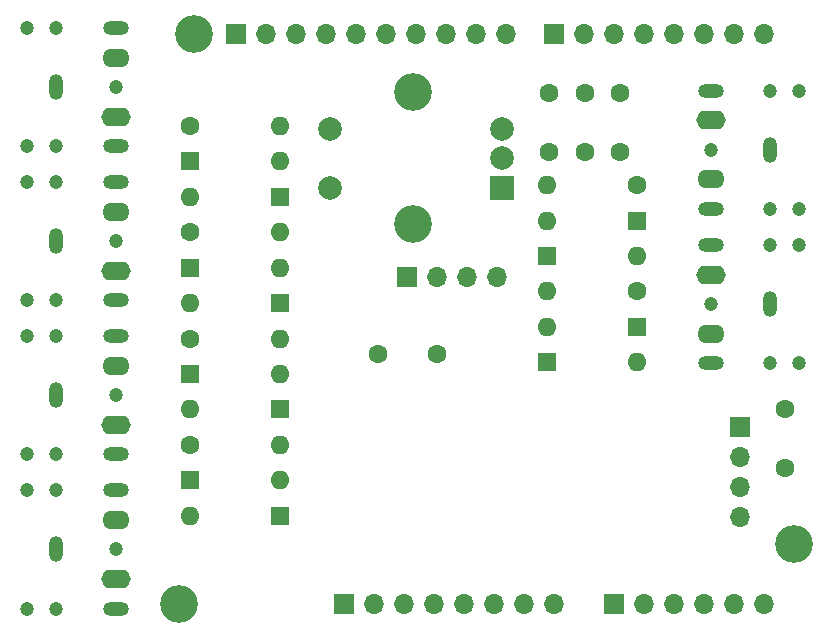
<source format=gbr>
%TF.GenerationSoftware,KiCad,Pcbnew,8.0.5*%
%TF.CreationDate,2024-10-10T20:00:25+01:00*%
%TF.ProjectId,ArduinoClockGenShield,41726475-696e-46f4-936c-6f636b47656e,rev?*%
%TF.SameCoordinates,Original*%
%TF.FileFunction,Soldermask,Top*%
%TF.FilePolarity,Negative*%
%FSLAX46Y46*%
G04 Gerber Fmt 4.6, Leading zero omitted, Abs format (unit mm)*
G04 Created by KiCad (PCBNEW 8.0.5) date 2024-10-10 20:00:25*
%MOMM*%
%LPD*%
G01*
G04 APERTURE LIST*
%ADD10R,1.700000X1.700000*%
%ADD11O,1.700000X1.700000*%
%ADD12C,1.600000*%
%ADD13O,1.600000X1.600000*%
%ADD14R,1.600000X1.600000*%
%ADD15C,1.200000*%
%ADD16O,2.200000X1.200000*%
%ADD17O,2.300000X1.600000*%
%ADD18O,1.200000X2.200000*%
%ADD19O,2.500000X1.600000*%
%ADD20R,2.000000X2.000000*%
%ADD21C,2.000000*%
%ADD22C,3.200000*%
G04 APERTURE END LIST*
D10*
%TO.C,J1*%
X127940000Y-97460000D03*
D11*
X130480000Y-97460000D03*
X133020000Y-97460000D03*
X135560000Y-97460000D03*
X138100000Y-97460000D03*
X140640000Y-97460000D03*
X143180000Y-97460000D03*
X145720000Y-97460000D03*
%TD*%
D10*
%TO.C,J3*%
X150800000Y-97460000D03*
D11*
X153340000Y-97460000D03*
X155880000Y-97460000D03*
X158420000Y-97460000D03*
X160960000Y-97460000D03*
X163500000Y-97460000D03*
%TD*%
D10*
%TO.C,J2*%
X118796000Y-49200000D03*
D11*
X121336000Y-49200000D03*
X123876000Y-49200000D03*
X126416000Y-49200000D03*
X128956000Y-49200000D03*
X131496000Y-49200000D03*
X134036000Y-49200000D03*
X136576000Y-49200000D03*
X139116000Y-49200000D03*
X141656000Y-49200000D03*
%TD*%
D10*
%TO.C,J4*%
X145720000Y-49200000D03*
D11*
X148260000Y-49200000D03*
X150800000Y-49200000D03*
X153340000Y-49200000D03*
X155880000Y-49200000D03*
X158420000Y-49200000D03*
X160960000Y-49200000D03*
X163500000Y-49200000D03*
%TD*%
D12*
%TO.C,C1*%
X165278000Y-85990000D03*
X165278000Y-80990000D03*
%TD*%
%TO.C,R2*%
X114880000Y-66000000D03*
D13*
X122500000Y-66000000D03*
%TD*%
D10*
%TO.C,A2*%
X133260000Y-69820000D03*
D11*
X135800000Y-69820000D03*
X138340000Y-69820000D03*
X140880000Y-69820000D03*
%TD*%
D12*
%TO.C,C4*%
X145310000Y-54200000D03*
X145310000Y-59200000D03*
%TD*%
D14*
%TO.C,D1*%
X114880000Y-60000000D03*
D13*
X122500000Y-60000000D03*
%TD*%
D15*
%TO.C,J10*%
X164000000Y-64000000D03*
X166500000Y-64000000D03*
X159000000Y-59000000D03*
X164000000Y-54000000D03*
X166500000Y-54000000D03*
D16*
X159000000Y-64000000D03*
D17*
X159000000Y-61500000D03*
D18*
X164000000Y-59000000D03*
D16*
X159000000Y-54000000D03*
D19*
X159000000Y-56500000D03*
%TD*%
D12*
%TO.C,R4*%
X114880000Y-84000000D03*
D13*
X122500000Y-84000000D03*
%TD*%
D15*
%TO.C,J8*%
X103600000Y-87850000D03*
X101100000Y-87850000D03*
X108600000Y-92850000D03*
X103600000Y-97850000D03*
X101100000Y-97850000D03*
D16*
X108600000Y-87850000D03*
D17*
X108600000Y-90350000D03*
D18*
X103600000Y-92850000D03*
D16*
X108600000Y-97850000D03*
D19*
X108600000Y-95350000D03*
%TD*%
D15*
%TO.C,J9*%
X164000000Y-77100000D03*
X166500000Y-77100000D03*
X159000000Y-72100000D03*
X164000000Y-67100000D03*
X166500000Y-67100000D03*
D16*
X159000000Y-77100000D03*
D17*
X159000000Y-74600000D03*
D18*
X164000000Y-72100000D03*
D16*
X159000000Y-67100000D03*
D19*
X159000000Y-69600000D03*
%TD*%
D14*
%TO.C,D8*%
X122500000Y-90000000D03*
D13*
X114880000Y-90000000D03*
%TD*%
D20*
%TO.C,SW1*%
X141290000Y-62220000D03*
D21*
X141290000Y-57220000D03*
X141290000Y-59720000D03*
D22*
X133790000Y-65320000D03*
X133790000Y-54120000D03*
D21*
X126790000Y-57220000D03*
X126790000Y-62220000D03*
%TD*%
D14*
%TO.C,D7*%
X114880000Y-87000000D03*
D13*
X122500000Y-87000000D03*
%TD*%
D14*
%TO.C,D12*%
X145160000Y-68010000D03*
D13*
X152780000Y-68010000D03*
%TD*%
D12*
%TO.C,R5*%
X152780000Y-71010000D03*
D13*
X145160000Y-71010000D03*
%TD*%
D12*
%TO.C,R6*%
X152780000Y-62010000D03*
D13*
X145160000Y-62010000D03*
%TD*%
D14*
%TO.C,D2*%
X122500000Y-63000000D03*
D13*
X114880000Y-63000000D03*
%TD*%
D22*
%TO.C,MH1*%
X115240000Y-49200000D03*
%TD*%
D14*
%TO.C,D3*%
X114880000Y-69000000D03*
D13*
X122500000Y-69000000D03*
%TD*%
D14*
%TO.C,D11*%
X152780000Y-65010000D03*
D13*
X145160000Y-65010000D03*
%TD*%
D14*
%TO.C,D5*%
X114880000Y-78000000D03*
D13*
X122500000Y-78000000D03*
%TD*%
D12*
%TO.C,C5*%
X130800000Y-76260000D03*
X135800000Y-76260000D03*
%TD*%
D15*
%TO.C,J6*%
X103600000Y-61750000D03*
X101100000Y-61750000D03*
X108600000Y-66750000D03*
X103600000Y-71750000D03*
X101100000Y-71750000D03*
D16*
X108600000Y-61750000D03*
D17*
X108600000Y-64250000D03*
D18*
X103600000Y-66750000D03*
D16*
X108600000Y-71750000D03*
D19*
X108600000Y-69250000D03*
%TD*%
D14*
%TO.C,D9*%
X152780000Y-74010000D03*
D13*
X145160000Y-74010000D03*
%TD*%
D12*
%TO.C,C2*%
X151310000Y-54200000D03*
X151310000Y-59200000D03*
%TD*%
D14*
%TO.C,D4*%
X122500000Y-72000000D03*
D13*
X114880000Y-72000000D03*
%TD*%
D10*
%TO.C,A1*%
X161468000Y-82474000D03*
D11*
X161468000Y-85014000D03*
X161468000Y-87554000D03*
X161468000Y-90094000D03*
%TD*%
D12*
%TO.C,R1*%
X114880000Y-57000000D03*
D13*
X122500000Y-57000000D03*
%TD*%
D12*
%TO.C,C3*%
X148310000Y-54200000D03*
X148310000Y-59200000D03*
%TD*%
D15*
%TO.C,J5*%
X103600000Y-48700000D03*
X101100000Y-48700000D03*
X108600000Y-53700000D03*
X103600000Y-58700000D03*
X101100000Y-58700000D03*
D16*
X108600000Y-48700000D03*
D17*
X108600000Y-51200000D03*
D18*
X103600000Y-53700000D03*
D16*
X108600000Y-58700000D03*
D19*
X108600000Y-56200000D03*
%TD*%
D22*
%TO.C,MH2*%
X113970000Y-97460000D03*
%TD*%
D14*
%TO.C,D10*%
X145160000Y-77010000D03*
D13*
X152780000Y-77010000D03*
%TD*%
D15*
%TO.C,J7*%
X103600000Y-74800000D03*
X101100000Y-74800000D03*
X108600000Y-79800000D03*
X103600000Y-84800000D03*
X101100000Y-84800000D03*
D16*
X108600000Y-74800000D03*
D17*
X108600000Y-77300000D03*
D18*
X103600000Y-79800000D03*
D16*
X108600000Y-84800000D03*
D19*
X108600000Y-82300000D03*
%TD*%
D22*
%TO.C,MH4*%
X166040000Y-92380000D03*
%TD*%
D14*
%TO.C,D6*%
X122500000Y-81000000D03*
D13*
X114880000Y-81000000D03*
%TD*%
D12*
%TO.C,R3*%
X114880000Y-75000000D03*
D13*
X122500000Y-75000000D03*
%TD*%
M02*

</source>
